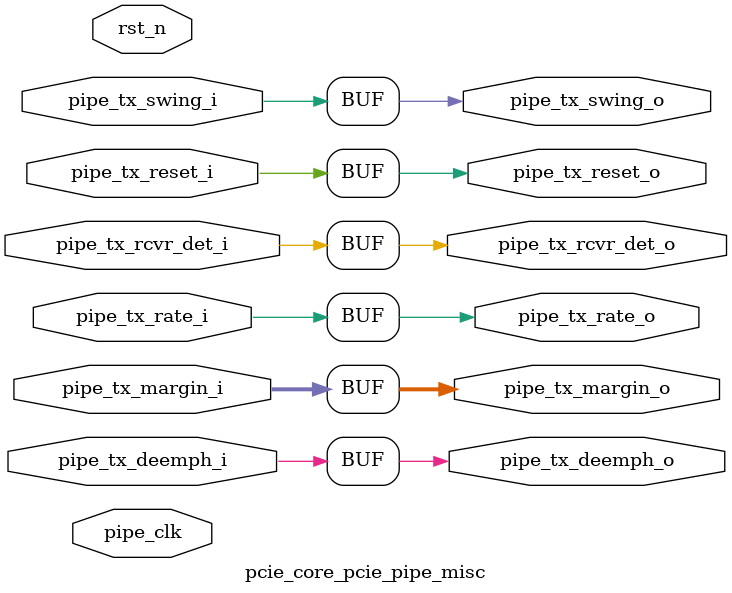
<source format=v>

`timescale 1ps/1ps

module pcie_core_pcie_pipe_misc #
(
    parameter        PIPE_PIPELINE_STAGES = 0    // 0 - 0 stages, 1 - 1 stage, 2 - 2 stages
)
(

    input   wire        pipe_tx_rcvr_det_i       ,     // PIPE Tx Receiver Detect
    input   wire        pipe_tx_reset_i          ,     // PIPE Tx Reset
    input   wire        pipe_tx_rate_i           ,     // PIPE Tx Rate
    input   wire        pipe_tx_deemph_i         ,     // PIPE Tx Deemphasis
    input   wire [2:0]  pipe_tx_margin_i         ,     // PIPE Tx Margin
    input   wire        pipe_tx_swing_i          ,     // PIPE Tx Swing

    output  wire        pipe_tx_rcvr_det_o       ,     // Pipelined PIPE Tx Receiver Detect
    output  wire        pipe_tx_reset_o          ,     // Pipelined PIPE Tx Reset
    output  wire        pipe_tx_rate_o           ,     // Pipelined PIPE Tx Rate
    output  wire        pipe_tx_deemph_o         ,     // Pipelined PIPE Tx Deemphasis
    output  wire [2:0]  pipe_tx_margin_o         ,     // Pipelined PIPE Tx Margin
    output  wire        pipe_tx_swing_o          ,     // Pipelined PIPE Tx Swing

    input   wire        pipe_clk                ,      // PIPE Clock
    input   wire        rst_n                          // Reset
);

//******************************************************************//
// Reality check.                                                   //
//******************************************************************//

    parameter TCQ  = 1;      // clock to out delay model

    reg                pipe_tx_rcvr_det_q       ;
    reg                pipe_tx_reset_q          ;
    reg                pipe_tx_rate_q           ;
    reg                pipe_tx_deemph_q         ;
    reg [2:0]          pipe_tx_margin_q         ;
    reg                pipe_tx_swing_q          ;

    reg                pipe_tx_rcvr_det_qq      ;
    reg                pipe_tx_reset_qq         ;
    reg                pipe_tx_rate_qq          ;
    reg                pipe_tx_deemph_qq        ;
    reg [2:0]          pipe_tx_margin_qq        ;
    reg                pipe_tx_swing_qq         ;

    generate

    if (PIPE_PIPELINE_STAGES == 0) begin : pipe_stages_0

        assign pipe_tx_rcvr_det_o = pipe_tx_rcvr_det_i;
        assign pipe_tx_reset_o  = pipe_tx_reset_i;
        assign pipe_tx_rate_o = pipe_tx_rate_i;
        assign pipe_tx_deemph_o = pipe_tx_deemph_i;
        assign pipe_tx_margin_o = pipe_tx_margin_i;
        assign pipe_tx_swing_o = pipe_tx_swing_i;

    end // if (PIPE_PIPELINE_STAGES == 0)
    else if (PIPE_PIPELINE_STAGES == 1) begin : pipe_stages_1

        always @(posedge pipe_clk) begin

        if (rst_n)
        begin

            pipe_tx_rcvr_det_q <= #TCQ 0;
            pipe_tx_reset_q  <= #TCQ 1'b1;
            pipe_tx_rate_q <= #TCQ 0;
            pipe_tx_deemph_q <= #TCQ 1'b1;
            pipe_tx_margin_q <= #TCQ 0;
            pipe_tx_swing_q <= #TCQ 0;

        end
        else
        begin

            pipe_tx_rcvr_det_q <= #TCQ pipe_tx_rcvr_det_i;
            pipe_tx_reset_q  <= #TCQ pipe_tx_reset_i;
            pipe_tx_rate_q <= #TCQ pipe_tx_rate_i;
            pipe_tx_deemph_q <= #TCQ pipe_tx_deemph_i;
            pipe_tx_margin_q <= #TCQ pipe_tx_margin_i;
            pipe_tx_swing_q <= #TCQ pipe_tx_swing_i;

          end

        end

        assign pipe_tx_rcvr_det_o = pipe_tx_rcvr_det_q;
        assign pipe_tx_reset_o  = pipe_tx_reset_q;
        assign pipe_tx_rate_o = pipe_tx_rate_q;
        assign pipe_tx_deemph_o = pipe_tx_deemph_q;
        assign pipe_tx_margin_o = pipe_tx_margin_q;
        assign pipe_tx_swing_o = pipe_tx_swing_q;

    end // if (PIPE_PIPELINE_STAGES == 1)
    else if (PIPE_PIPELINE_STAGES == 2) begin : pipe_stages_2

        always @(posedge pipe_clk) begin

        if (rst_n)
        begin

            pipe_tx_rcvr_det_q <= #TCQ 0;
            pipe_tx_reset_q  <= #TCQ 1'b1;
            pipe_tx_rate_q <= #TCQ 0;
            pipe_tx_deemph_q <= #TCQ 1'b1;
            pipe_tx_margin_q <= #TCQ 0;
            pipe_tx_swing_q <= #TCQ 0;

            pipe_tx_rcvr_det_qq <= #TCQ 0;
            pipe_tx_reset_qq  <= #TCQ 1'b1;
            pipe_tx_rate_qq <= #TCQ 0;
            pipe_tx_deemph_qq <= #TCQ 1'b1;
            pipe_tx_margin_qq <= #TCQ 0;
            pipe_tx_swing_qq <= #TCQ 0;

        end
        else
        begin

            pipe_tx_rcvr_det_q <= #TCQ pipe_tx_rcvr_det_i;
            pipe_tx_reset_q  <= #TCQ pipe_tx_reset_i;
            pipe_tx_rate_q <= #TCQ pipe_tx_rate_i;
            pipe_tx_deemph_q <= #TCQ pipe_tx_deemph_i;
            pipe_tx_margin_q <= #TCQ pipe_tx_margin_i;
            pipe_tx_swing_q <= #TCQ pipe_tx_swing_i;

            pipe_tx_rcvr_det_qq <= #TCQ pipe_tx_rcvr_det_q;
            pipe_tx_reset_qq  <= #TCQ pipe_tx_reset_q;
            pipe_tx_rate_qq <= #TCQ pipe_tx_rate_q;
            pipe_tx_deemph_qq <= #TCQ pipe_tx_deemph_q;
            pipe_tx_margin_qq <= #TCQ pipe_tx_margin_q;
            pipe_tx_swing_qq <= #TCQ pipe_tx_swing_q;

          end

        end

        assign pipe_tx_rcvr_det_o = pipe_tx_rcvr_det_qq;
        assign pipe_tx_reset_o  = pipe_tx_reset_qq;
        assign pipe_tx_rate_o = pipe_tx_rate_qq;
        assign pipe_tx_deemph_o = pipe_tx_deemph_qq;
        assign pipe_tx_margin_o = pipe_tx_margin_qq;
        assign pipe_tx_swing_o = pipe_tx_swing_qq;

    end // if (PIPE_PIPELINE_STAGES == 2)

    endgenerate

endmodule


</source>
